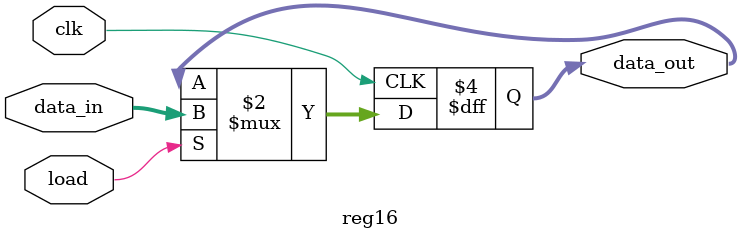
<source format=v>
module reg16 (clk ,load ,data_in, data_out);

	input clk,load;
	input [15:0] data_in;
	output reg [15:0] data_out;
	
	always @(posedge clk)
	begin
		if (load) data_out <= data_in;
	end
	
endmodule
</source>
